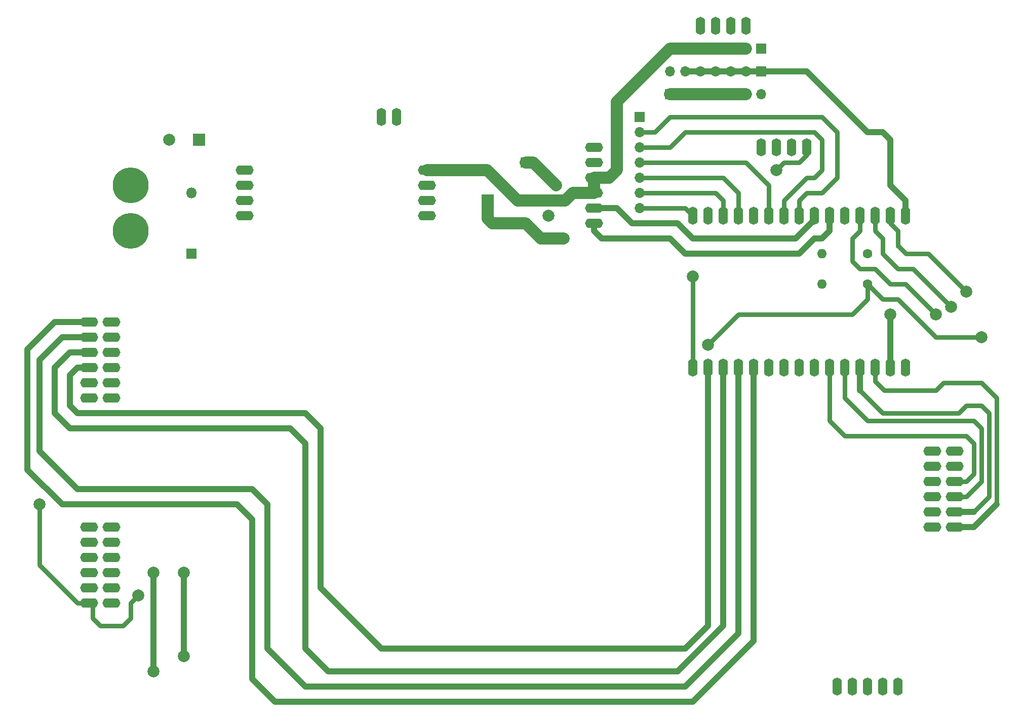
<source format=gbr>
G04 #@! TF.GenerationSoftware,KiCad,Pcbnew,5.1.4-e60b266~84~ubuntu18.04.1*
G04 #@! TF.CreationDate,2019-08-23T00:28:12+02:00*
G04 #@! TF.ProjectId,2020,32303230-2e6b-4696-9361-645f70636258,rev?*
G04 #@! TF.SameCoordinates,Original*
G04 #@! TF.FileFunction,Copper,L1,Top*
G04 #@! TF.FilePolarity,Positive*
%FSLAX46Y46*%
G04 Gerber Fmt 4.6, Leading zero omitted, Abs format (unit mm)*
G04 Created by KiCad (PCBNEW 5.1.4-e60b266~84~ubuntu18.04.1) date 2019-08-23 00:28:12*
%MOMM*%
%LPD*%
G04 APERTURE LIST*
%ADD10O,1.600000X2.999999*%
%ADD11O,1.600000X3.000000*%
%ADD12O,1.700000X1.700000*%
%ADD13R,1.700000X1.700000*%
%ADD14O,3.000000X1.600000*%
%ADD15C,2.000000*%
%ADD16R,2.000000X2.000000*%
%ADD17O,1.800000X1.800000*%
%ADD18R,1.800000X1.800000*%
%ADD19C,2.010000*%
%ADD20O,1.600000X1.600000*%
%ADD21C,1.600000*%
%ADD22C,6.000000*%
%ADD23C,2.000000*%
%ADD24C,1.000000*%
%ADD25C,0.800000*%
%ADD26C,0.250000*%
G04 APERTURE END LIST*
D10*
X160020000Y-129540000D03*
X157480000Y-129540000D03*
D11*
X154940000Y-129540000D03*
D10*
X152400000Y-129540000D03*
X149860000Y-129540000D03*
D12*
X137160000Y-30480000D03*
X134620000Y-30480000D03*
X132080000Y-30480000D03*
X129540000Y-30480000D03*
X127000000Y-30480000D03*
X124460000Y-30480000D03*
D13*
X121920000Y-30480000D03*
D14*
X24800000Y-107950000D03*
X28540000Y-107950000D03*
X24800000Y-110490000D03*
X28540000Y-110490000D03*
X24800000Y-113030000D03*
X28540000Y-113030000D03*
X24800000Y-115570000D03*
X28540000Y-115570000D03*
X24800000Y-102870000D03*
X28540000Y-102870000D03*
X24800000Y-105410000D03*
X28540000Y-105410000D03*
D15*
X38180000Y-38100000D03*
D16*
X43180000Y-38100000D03*
D15*
X91440000Y-43260000D03*
D16*
X91440000Y-48260000D03*
D17*
X41910000Y-46990000D03*
D18*
X41910000Y-57150000D03*
D17*
X97790000Y-52070000D03*
D18*
X97790000Y-41910000D03*
D19*
X102870000Y-45720000D03*
X101670000Y-50820000D03*
D20*
X147320000Y-62230000D03*
D21*
X154940000Y-62230000D03*
D20*
X147320000Y-57150000D03*
D21*
X154940000Y-57150000D03*
D14*
X81280000Y-50800000D03*
X81280000Y-48260000D03*
X81280000Y-45720000D03*
X81280000Y-43180000D03*
X50800000Y-50800000D03*
X50800000Y-48260000D03*
X50800000Y-45720000D03*
X50800000Y-43180000D03*
D12*
X116840000Y-49530000D03*
X116840000Y-46990000D03*
X116840000Y-44450000D03*
X116840000Y-41910000D03*
X116840000Y-39370000D03*
X116840000Y-36830000D03*
D13*
X116840000Y-34290000D03*
D22*
X31750000Y-53340000D03*
X31750000Y-45720000D03*
D11*
X125730000Y-50800000D03*
X128270000Y-50800000D03*
X130810000Y-50800000D03*
X133350000Y-50800000D03*
X135890000Y-50800000D03*
X138430000Y-50800000D03*
X140970000Y-50800000D03*
X143510000Y-50800000D03*
X146050000Y-50800000D03*
X148590000Y-50800000D03*
X151130000Y-50800000D03*
X153670000Y-50800000D03*
X156210000Y-50800000D03*
X161290000Y-50800000D03*
X158750000Y-50800000D03*
X125730000Y-76200000D03*
X130810000Y-76200000D03*
X128270000Y-76200000D03*
X133350000Y-76200000D03*
X135890000Y-76200000D03*
X138430000Y-76200000D03*
X140970000Y-76200000D03*
X143510000Y-76200000D03*
X146050000Y-76200000D03*
X148590000Y-76200000D03*
X151130000Y-76200000D03*
X153670000Y-76200000D03*
X156210000Y-76200000D03*
X158750000Y-76200000D03*
X161290000Y-76200000D03*
X137160000Y-39370000D03*
X144780000Y-39370000D03*
X142240000Y-39370000D03*
X139700000Y-39370000D03*
D12*
X121920000Y-22860000D03*
X124460000Y-22860000D03*
X127000000Y-22860000D03*
X129540000Y-22860000D03*
X132080000Y-22860000D03*
X134620000Y-22860000D03*
D13*
X137160000Y-22860000D03*
D12*
X121920000Y-26670000D03*
X124460000Y-26670000D03*
X127000000Y-26670000D03*
X129540000Y-26670000D03*
X132080000Y-26670000D03*
X134620000Y-26670000D03*
D13*
X137160000Y-26670000D03*
D11*
X73660000Y-34290000D03*
X76200000Y-34290000D03*
D14*
X24800000Y-73660000D03*
X28540000Y-73660000D03*
X24800000Y-76200000D03*
X28540000Y-76200000D03*
X24800000Y-78740000D03*
X28540000Y-78740000D03*
X24800000Y-81280000D03*
X28540000Y-81280000D03*
X24800000Y-68580000D03*
X28540000Y-68580000D03*
X24800000Y-71120000D03*
X28540000Y-71120000D03*
X169510000Y-97790000D03*
X165770000Y-97790000D03*
X169510000Y-95250000D03*
X165770000Y-95250000D03*
X169510000Y-92710000D03*
X165770000Y-92710000D03*
X169510000Y-90170000D03*
X165770000Y-90170000D03*
X169510000Y-102870000D03*
X165770000Y-102870000D03*
X169510000Y-100330000D03*
X165770000Y-100330000D03*
D11*
X127000000Y-19050000D03*
X129540000Y-19050000D03*
X132080000Y-19050000D03*
X134620000Y-19050000D03*
D14*
X109220000Y-52070000D03*
X109220000Y-49530000D03*
X109220000Y-46990000D03*
X109220000Y-44450000D03*
X109220000Y-41910000D03*
X109220000Y-39370000D03*
D15*
X158750000Y-67310000D03*
X104140000Y-54610000D03*
X16510000Y-99060000D03*
X173990000Y-71120000D03*
X128270000Y-72390000D03*
X33020000Y-114300000D03*
X139700000Y-43180000D03*
X35560000Y-110490000D03*
X35560000Y-127000000D03*
X40640000Y-110490000D03*
X40640000Y-124460000D03*
X125730000Y-60960000D03*
X166370000Y-67310000D03*
X168910000Y-66040000D03*
X171450000Y-63500000D03*
D23*
X124460000Y-22860000D02*
X127000000Y-22860000D01*
X127000000Y-22860000D02*
X129540000Y-22860000D01*
X129540000Y-22860000D02*
X132080000Y-22860000D01*
X132080000Y-22860000D02*
X134620000Y-22860000D01*
X124460000Y-22860000D02*
X121920000Y-22860000D01*
X121920000Y-22860000D02*
X113030000Y-31750000D01*
X91360000Y-43180000D02*
X91440000Y-43260000D01*
X81280000Y-43180000D02*
X91360000Y-43180000D01*
D24*
X158750000Y-76200000D02*
X158750000Y-67310000D01*
D23*
X109220000Y-46990000D02*
X109220000Y-44450000D01*
X109220000Y-44450000D02*
X111760000Y-44450000D01*
X111760000Y-44450000D02*
X113030000Y-43180000D01*
X113030000Y-43180000D02*
X113030000Y-31750000D01*
X91440000Y-43260000D02*
X96440000Y-48260000D01*
X105720000Y-46990000D02*
X109220000Y-46990000D01*
X104450000Y-48260000D02*
X105720000Y-46990000D01*
X96440000Y-48260000D02*
X104450000Y-48260000D01*
X91440000Y-51260000D02*
X92250000Y-52070000D01*
X91440000Y-48260000D02*
X91440000Y-51260000D01*
X92250000Y-52070000D02*
X97790000Y-52070000D01*
X100330000Y-54610000D02*
X104140000Y-54610000D01*
X97790000Y-52070000D02*
X100330000Y-54610000D01*
X121920000Y-30480000D02*
X124460000Y-30480000D01*
X124460000Y-30480000D02*
X127000000Y-30480000D01*
X127000000Y-30480000D02*
X129540000Y-30480000D01*
X129540000Y-30480000D02*
X132080000Y-30480000D01*
X132080000Y-30480000D02*
X134620000Y-30480000D01*
X99060000Y-41910000D02*
X102870000Y-45720000D01*
X97790000Y-41910000D02*
X99060000Y-41910000D01*
D25*
X25400000Y-115570000D02*
X22860000Y-115570000D01*
X22860000Y-115570000D02*
X16510000Y-109220000D01*
X16510000Y-109220000D02*
X16510000Y-99060000D01*
X16510000Y-99060000D02*
X16510000Y-99060000D01*
D24*
X124460000Y-26670000D02*
X127000000Y-26670000D01*
X127000000Y-26670000D02*
X129540000Y-26670000D01*
X129540000Y-26670000D02*
X132080000Y-26670000D01*
X132080000Y-26670000D02*
X134620000Y-26670000D01*
X134620000Y-26670000D02*
X137160000Y-26670000D01*
X161290000Y-48260000D02*
X161290000Y-50800000D01*
X137160000Y-26670000D02*
X144830002Y-26670000D01*
X154990002Y-36830000D02*
X157480000Y-36830000D01*
X157480000Y-36830000D02*
X158750000Y-38100000D01*
X158750000Y-38100000D02*
X158750000Y-45720000D01*
X144830002Y-26670000D02*
X154990002Y-36830000D01*
X158750000Y-45720000D02*
X161290000Y-48260000D01*
D25*
X166370000Y-71120000D02*
X173990000Y-71120000D01*
X154940000Y-62230000D02*
X157480000Y-64770000D01*
X160020000Y-64770000D02*
X166370000Y-71120000D01*
X157480000Y-64770000D02*
X160020000Y-64770000D01*
X154940000Y-62230000D02*
X154940000Y-64770000D01*
X154940000Y-64770000D02*
X152400000Y-67310000D01*
X152400000Y-67310000D02*
X133350000Y-67310000D01*
X133350000Y-67310000D02*
X128270000Y-72390000D01*
X128270000Y-72390000D02*
X128270000Y-72390000D01*
X33020000Y-114300000D02*
X31750000Y-115570000D01*
X31750000Y-115570000D02*
X31750000Y-118110000D01*
X31750000Y-118110000D02*
X30480000Y-119380000D01*
X30480000Y-119380000D02*
X26670000Y-119380000D01*
X26670000Y-119380000D02*
X25400000Y-118110000D01*
X25400000Y-118110000D02*
X25400000Y-115570000D01*
X144780000Y-39370000D02*
X144780000Y-40640000D01*
X144780000Y-40640000D02*
X143510000Y-41910000D01*
X143510000Y-41910000D02*
X140970000Y-41910000D01*
X140970000Y-41910000D02*
X139700000Y-43180000D01*
X139700000Y-43180000D02*
X139700000Y-43180000D01*
D24*
X35560000Y-110490000D02*
X35560000Y-127000000D01*
X35560000Y-127000000D02*
X35560000Y-127000000D01*
X40640000Y-110490000D02*
X40640000Y-124460000D01*
X40640000Y-124460000D02*
X40640000Y-124460000D01*
X20320000Y-71120000D02*
X25400000Y-71120000D01*
X16510000Y-74930000D02*
X20320000Y-71120000D01*
X52070000Y-96520000D02*
X22860000Y-96520000D01*
X16510000Y-90170000D02*
X16510000Y-74930000D01*
X22860000Y-96520000D02*
X16510000Y-90170000D01*
X133350000Y-120650000D02*
X124460000Y-129540000D01*
X133350000Y-76200000D02*
X133350000Y-120650000D01*
X60960000Y-129540000D02*
X54610000Y-123190000D01*
X54610000Y-123190000D02*
X54610000Y-99060000D01*
X124460000Y-129540000D02*
X60960000Y-129540000D01*
X54610000Y-99060000D02*
X52070000Y-96520000D01*
X135890000Y-121920000D02*
X135890000Y-76200000D01*
X125730000Y-132080000D02*
X135890000Y-121920000D01*
X55880000Y-132080000D02*
X125730000Y-132080000D01*
X52070000Y-128270000D02*
X55880000Y-132080000D01*
X52070000Y-101600000D02*
X52070000Y-128270000D01*
X19050000Y-68580000D02*
X14510176Y-73119824D01*
X25400000Y-68580000D02*
X19050000Y-68580000D01*
X14510176Y-93250176D02*
X20320000Y-99060000D01*
X14510176Y-73119824D02*
X14510176Y-93250176D01*
X20320000Y-99060000D02*
X49530000Y-99060000D01*
X49530000Y-99060000D02*
X52070000Y-101600000D01*
X128270000Y-76200000D02*
X128270000Y-119380000D01*
X128270000Y-119380000D02*
X124460000Y-123190000D01*
X124460000Y-123190000D02*
X73660000Y-123190000D01*
X73660000Y-123190000D02*
X63500000Y-113030000D01*
X63500000Y-113030000D02*
X63500000Y-86360000D01*
X63500000Y-86360000D02*
X60960000Y-83820000D01*
X60960000Y-83820000D02*
X22860000Y-83820000D01*
X22860000Y-83820000D02*
X21590000Y-82550000D01*
X25400000Y-76200000D02*
X22860000Y-76200000D01*
X22860000Y-76200000D02*
X21590000Y-77470000D01*
X21590000Y-77470000D02*
X21590000Y-82550000D01*
X123190000Y-127000000D02*
X130810000Y-119380000D01*
X64770000Y-127000000D02*
X123190000Y-127000000D01*
X60960000Y-88900000D02*
X60960000Y-123190000D01*
X60960000Y-123190000D02*
X64770000Y-127000000D01*
X21590000Y-73660000D02*
X19050000Y-76200000D01*
X21590000Y-86360000D02*
X58420000Y-86360000D01*
X58420000Y-86360000D02*
X60960000Y-88900000D01*
X130810000Y-119380000D02*
X130810000Y-76200000D01*
X25400000Y-73660000D02*
X21590000Y-73660000D01*
X19050000Y-76200000D02*
X19050000Y-83820000D01*
X19050000Y-83820000D02*
X21590000Y-86360000D01*
X153670000Y-76200000D02*
X153670000Y-80010000D01*
X172720000Y-100330000D02*
X168910000Y-100330000D01*
D25*
X157480000Y-83820000D02*
X156210000Y-82550000D01*
X175260000Y-83820000D02*
X173990000Y-82550000D01*
X172720000Y-100330000D02*
X175260000Y-97790000D01*
X175260000Y-97790000D02*
X175260000Y-83820000D01*
X171450000Y-82550000D02*
X170180000Y-83820000D01*
X156210000Y-82550000D02*
X153670000Y-80010000D01*
X173990000Y-82550000D02*
X171450000Y-82550000D01*
X170180000Y-83820000D02*
X157480000Y-83820000D01*
X176530000Y-86360000D02*
X176530000Y-99060000D01*
D24*
X176530000Y-99060000D02*
X172720000Y-102870000D01*
X172720000Y-102870000D02*
X168910000Y-102870000D01*
D25*
X156210000Y-78500000D02*
X157720000Y-80010000D01*
X156210000Y-76200000D02*
X156210000Y-78500000D01*
X157720000Y-80010000D02*
X166370000Y-80010000D01*
X166370000Y-80010000D02*
X167640000Y-78740000D01*
X167640000Y-78740000D02*
X173990000Y-78740000D01*
X173990000Y-78740000D02*
X176530000Y-81280000D01*
X176530000Y-81280000D02*
X176530000Y-86360000D01*
D26*
X148590000Y-76200000D02*
X148590000Y-76900000D01*
D25*
X171450000Y-95250000D02*
X168910000Y-95250000D01*
X148590000Y-85090000D02*
X151130000Y-87630000D01*
X148590000Y-76200000D02*
X148590000Y-85090000D01*
X151130000Y-87630000D02*
X171450000Y-87630000D01*
X171450000Y-87630000D02*
X172720000Y-88900000D01*
X172720000Y-93980000D02*
X171450000Y-95250000D01*
X172720000Y-91440000D02*
X172720000Y-90170000D01*
X172720000Y-91440000D02*
X172720000Y-93980000D01*
X172720000Y-88900000D02*
X172720000Y-91440000D01*
X171450000Y-97790000D02*
X173990000Y-95250000D01*
X168910000Y-97790000D02*
X171450000Y-97790000D01*
X173990000Y-86360000D02*
X172720000Y-85090000D01*
X173990000Y-95250000D02*
X173990000Y-86360000D01*
X154940000Y-85090000D02*
X151130000Y-81280000D01*
X151130000Y-81280000D02*
X151130000Y-76200000D01*
X172720000Y-85090000D02*
X154940000Y-85090000D01*
X125730000Y-60960000D02*
X125730000Y-76200000D01*
X116840000Y-36830000D02*
X119380000Y-36830000D01*
X119380000Y-36830000D02*
X121920000Y-34290000D01*
X121920000Y-34290000D02*
X147320000Y-34290000D01*
X147320000Y-34290000D02*
X149860000Y-36830000D01*
X149860000Y-36830000D02*
X149860000Y-44450000D01*
X149860000Y-44450000D02*
X147320000Y-46990000D01*
X147320000Y-46990000D02*
X144780000Y-46990000D01*
X144780000Y-46990000D02*
X143510000Y-48260000D01*
X143510000Y-48260000D02*
X143510000Y-50800000D01*
X124460000Y-36830000D02*
X121920000Y-39370000D01*
X146050000Y-36830000D02*
X124460000Y-36830000D01*
X121920000Y-39370000D02*
X116840000Y-39370000D01*
X140970000Y-50800000D02*
X140970000Y-48260000D01*
X144780000Y-44450000D02*
X146050000Y-44450000D01*
X146050000Y-44450000D02*
X147320000Y-43180000D01*
X147320000Y-43180000D02*
X147320000Y-38100000D01*
X140970000Y-48260000D02*
X144780000Y-44450000D01*
X147320000Y-38100000D02*
X146050000Y-36830000D01*
X116840000Y-41910000D02*
X134620000Y-41910000D01*
X138430000Y-46990000D02*
X138430000Y-50800000D01*
X134620000Y-41910000D02*
X138430000Y-45720000D01*
X138430000Y-45720000D02*
X138430000Y-46990000D01*
X116840000Y-46990000D02*
X129540000Y-46990000D01*
X129540000Y-46990000D02*
X130810000Y-48260000D01*
X130810000Y-48260000D02*
X130810000Y-50800000D01*
X125730000Y-50800000D02*
X124460000Y-49530000D01*
X124460000Y-49530000D02*
X116840000Y-49530000D01*
D24*
X113030000Y-49530000D02*
X109220000Y-49530000D01*
X146050000Y-50800000D02*
X146050000Y-51500000D01*
X146050000Y-51500000D02*
X142940000Y-54610000D01*
X142940000Y-54610000D02*
X125730000Y-54610000D01*
X125730000Y-54610000D02*
X123190000Y-52070000D01*
X123190000Y-52070000D02*
X115570000Y-52070000D01*
X115570000Y-52070000D02*
X113030000Y-49530000D01*
X110490000Y-54610000D02*
X109220000Y-53340000D01*
X148590000Y-53340000D02*
X147320000Y-54610000D01*
X121920000Y-54610000D02*
X110490000Y-54610000D01*
X146050000Y-54610000D02*
X143510000Y-57150000D01*
X148590000Y-50800000D02*
X148590000Y-53340000D01*
X143510000Y-57150000D02*
X124460000Y-57150000D01*
X147320000Y-54610000D02*
X146050000Y-54610000D01*
X124460000Y-57150000D02*
X121920000Y-54610000D01*
X109220000Y-53340000D02*
X109220000Y-52070000D01*
D25*
X153670000Y-53340000D02*
X153670000Y-50800000D01*
X152400000Y-54610000D02*
X153670000Y-53340000D01*
X161290000Y-62230000D02*
X158750000Y-62230000D01*
X153670000Y-59690000D02*
X152400000Y-58420000D01*
X158750000Y-62230000D02*
X156210000Y-59690000D01*
X166370000Y-67310000D02*
X161290000Y-62230000D01*
X156210000Y-59690000D02*
X153670000Y-59690000D01*
X152400000Y-58420000D02*
X152400000Y-54610000D01*
X156210000Y-53340000D02*
X156210000Y-50800000D01*
X157480000Y-57150000D02*
X157480000Y-54610000D01*
X157480000Y-54610000D02*
X156210000Y-53340000D01*
X160020000Y-59690000D02*
X157480000Y-57150000D01*
X168910000Y-66040000D02*
X162560000Y-59690000D01*
X162560000Y-59690000D02*
X160020000Y-59690000D01*
X158750000Y-50800000D02*
X158750000Y-52070000D01*
X158750000Y-52070000D02*
X160020000Y-53340000D01*
X160020000Y-53340000D02*
X160020000Y-55880000D01*
X160164226Y-55880000D02*
X161434226Y-57150000D01*
X160020000Y-55880000D02*
X160164226Y-55880000D01*
X161434226Y-57150000D02*
X165100000Y-57150000D01*
X165100000Y-57150000D02*
X171450000Y-63500000D01*
X133350000Y-50800000D02*
X133350000Y-46990000D01*
X133350000Y-46990000D02*
X130810000Y-44450000D01*
X130810000Y-44450000D02*
X116840000Y-44450000D01*
M02*

</source>
